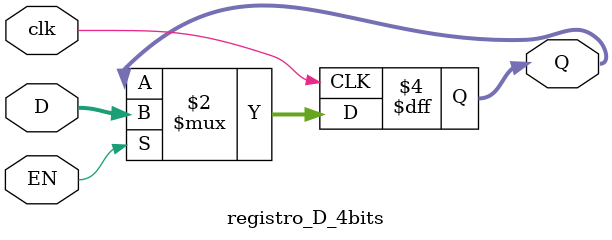
<source format=v>
module registro_D_4bits (
    input wire clk,        // Entrada de reloj
    input wire EN,         // Señal de habilitación (Enable)
    input wire [3:0] D,    // Entrada de datos de 4 bits
    output reg [3:0] Q     // Salida de datos de 4 bits
);

// Lógica secuencial: 
// actualiza Q en flanco de subida del reloj clk
always @(posedge clk) begin
    if (EN)                // Si habilitado (EN = 1)
        Q <= D;            // Cargar el valor de D en Q
    // Si EN = 0, Q mantiene su valor anterior
end

endmodule
</source>
